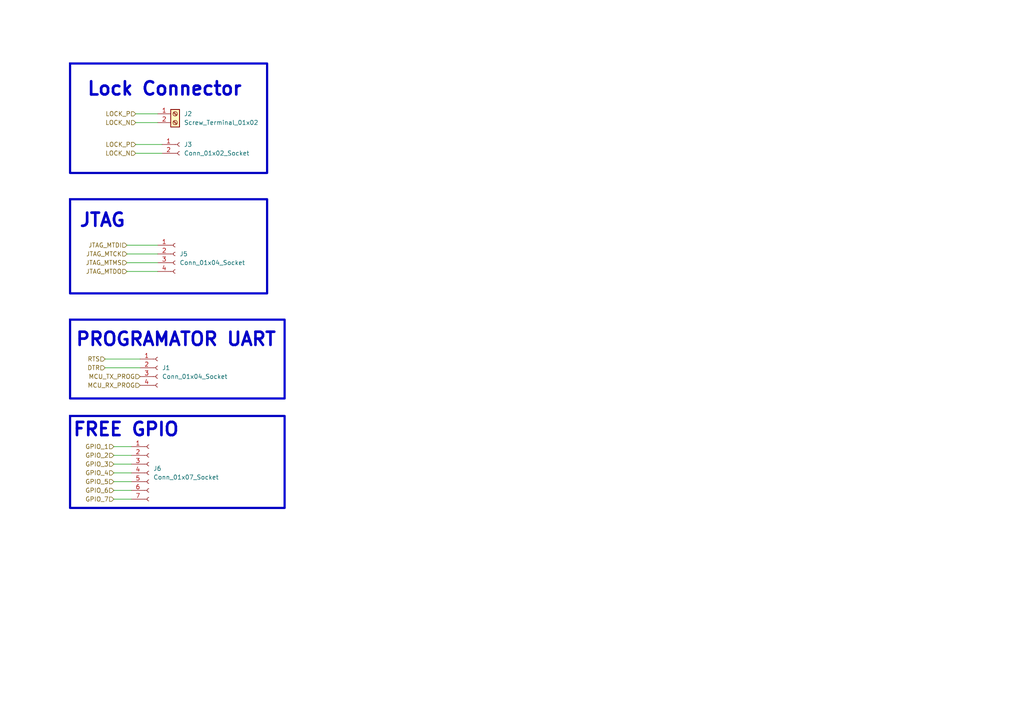
<source format=kicad_sch>
(kicad_sch (version 20231120) (generator "eeschema") (generator_version "8.0")
  (paper "A4")
  (lib_symbols
    (symbol "Connector:Conn_01x02_Socket" (pin_names (offset 1.016) hide)
      (property "Reference" "J" (at 0 2.54 0))
      (property "Value" "Conn_01x02_Socket" (at 0 -5.08 0))
      (symbol "Conn_01x02_Socket_1_1"
        (arc (start 0 -2.032) (mid -0.5058 -2.54) (end 0 -3.048) (stroke (width 0.1524)))
        (polyline (pts (xy -1.27 -2.54) (xy -0.508 -2.54)) (stroke (width 0.1524)))
        (polyline (pts (xy -1.27 0) (xy -0.508 0)) (stroke (width 0.1524)))
        (arc (start 0 0.508) (mid -0.5058 0) (end 0 -0.508) (stroke (width 0.1524)))
        (pin passive line (at -5.08 0 0) (length 3.81) (name "Pin_1") (number "1"))
        (pin passive line (at -5.08 -2.54 0) (length 3.81) (name "Pin_2") (number "2"))
      )
    )
    (symbol "Connector:Conn_01x04_Socket" (pin_names (offset 1.016) hide)
      (property "Reference" "J" (at 0 5.08 0))
      (property "Value" "Conn_01x04_Socket" (at 0 -7.62 0))
      (symbol "Conn_01x04_Socket_1_1"
        (arc (start 0 -4.572) (mid -0.5058 -5.08) (end 0 -5.588) (stroke (width 0.1524)))
        (arc (start 0 -2.032) (mid -0.5058 -2.54) (end 0 -3.048) (stroke (width 0.1524)))
        (polyline (pts (xy -1.27 -5.08) (xy -0.508 -5.08)) (stroke (width 0.1524)))
        (polyline (pts (xy -1.27 -2.54) (xy -0.508 -2.54)) (stroke (width 0.1524)))
        (polyline (pts (xy -1.27 0) (xy -0.508 0)) (stroke (width 0.1524)))
        (polyline (pts (xy -1.27 2.54) (xy -0.508 2.54)) (stroke (width 0.1524)))
        (arc (start 0 0.508) (mid -0.5058 0) (end 0 -0.508) (stroke (width 0.1524)))
        (arc (start 0 3.048) (mid -0.5058 2.54) (end 0 2.032) (stroke (width 0.1524)))
        (pin passive line (at -5.08 2.54 0) (length 3.81) (name "Pin_1") (number "1"))
        (pin passive line (at -5.08 0 0) (length 3.81) (name "Pin_2") (number "2"))
        (pin passive line (at -5.08 -2.54 0) (length 3.81) (name "Pin_3") (number "3"))
        (pin passive line (at -5.08 -5.08 0) (length 3.81) (name "Pin_4") (number "4"))
      )
    )
    (symbol "Connector:Conn_01x07_Socket" (pin_names (offset 1.016) hide)
      (property "Reference" "J" (at 0 10.16 0))
      (property "Value" "Conn_01x07_Socket" (at 0 -10.16 0))
      (symbol "Conn_01x07_Socket_1_1"
        (arc (start 0 -7.112) (mid -0.5058 -7.62) (end 0 -8.128) (stroke (width 0.1524)))
        (arc (start 0 -4.572) (mid -0.5058 -5.08) (end 0 -5.588) (stroke (width 0.1524)))
        (arc (start 0 -2.032) (mid -0.5058 -2.54) (end 0 -3.048) (stroke (width 0.1524)))
        (polyline (pts (xy -1.27 -7.62) (xy -0.508 -7.62)) (stroke (width 0.1524)))
        (polyline (pts (xy -1.27 -5.08) (xy -0.508 -5.08)) (stroke (width 0.1524)))
        (polyline (pts (xy -1.27 -2.54) (xy -0.508 -2.54)) (stroke (width 0.1524)))
        (polyline (pts (xy -1.27 0) (xy -0.508 0)) (stroke (width 0.1524)))
        (polyline (pts (xy -1.27 2.54) (xy -0.508 2.54)) (stroke (width 0.1524)))
        (polyline (pts (xy -1.27 5.08) (xy -0.508 5.08)) (stroke (width 0.1524)))
        (polyline (pts (xy -1.27 7.62) (xy -0.508 7.62)) (stroke (width 0.1524)))
        (arc (start 0 0.508) (mid -0.5058 0) (end 0 -0.508) (stroke (width 0.1524)))
        (arc (start 0 3.048) (mid -0.5058 2.54) (end 0 2.032) (stroke (width 0.1524)))
        (arc (start 0 5.588) (mid -0.5058 5.08) (end 0 4.572) (stroke (width 0.1524)))
        (arc (start 0 8.128) (mid -0.5058 7.62) (end 0 7.112) (stroke (width 0.1524)))
        (pin passive line (at -5.08 7.62 0) (length 3.81) (name "Pin_1") (number "1"))
        (pin passive line (at -5.08 5.08 0) (length 3.81) (name "Pin_2") (number "2"))
        (pin passive line (at -5.08 2.54 0) (length 3.81) (name "Pin_3") (number "3"))
        (pin passive line (at -5.08 0 0) (length 3.81) (name "Pin_4") (number "4"))
        (pin passive line (at -5.08 -2.54 0) (length 3.81) (name "Pin_5") (number "5"))
        (pin passive line (at -5.08 -5.08 0) (length 3.81) (name "Pin_6") (number "6"))
        (pin passive line (at -5.08 -7.62 0) (length 3.81) (name "Pin_7") (number "7"))
      )
    )
    (symbol "Connector:Screw_Terminal_01x02" (pin_names (offset 1.016) hide)
      (property "Reference" "J" (at 0 2.54 0))
      (property "Value" "Screw_Terminal_01x02" (at 0 -5.08 0))
      (symbol "Screw_Terminal_01x02_1_1"
        (rectangle (start -1.27 1.27) (end 1.27 -3.81) (stroke (width 0.254)) (fill (type background)))
        (circle (center 0 -2.54) (radius 0.635) (stroke (width 0.1524)))
        (polyline (pts (xy -0.5334 -2.2098) (xy 0.3302 -3.048)) (stroke (width 0.1524)))
        (polyline (pts (xy -0.5334 0.3302) (xy 0.3302 -0.508)) (stroke (width 0.1524)))
        (polyline (pts (xy -0.3556 -2.032) (xy 0.508 -2.8702)) (stroke (width 0.1524)))
        (polyline (pts (xy -0.3556 0.508) (xy 0.508 -0.3302)) (stroke (width 0.1524)))
        (circle (center 0 0) (radius 0.635) (stroke (width 0.1524)))
        (pin passive line (at -5.08 0 0) (length 3.81) (name "Pin_1") (number "1"))
        (pin passive line (at -5.08 -2.54 0) (length 3.81) (name "Pin_2") (number "2"))
      )
    )
  )
  (wire (pts (xy 30.48 104.14) (xy 40.64 104.14)))
  (wire (pts (xy 39.37 44.45) (xy 46.99 44.45)))
  (wire (pts (xy 33.02 132.08) (xy 38.1 132.08)))
  (wire (pts (xy 33.02 134.62) (xy 38.1 134.62)))
  (wire (pts (xy 45.72 76.2) (xy 36.83 76.2)))
  (wire (pts (xy 39.37 33.02) (xy 45.72 33.02)))
  (wire (pts (xy 33.02 139.7) (xy 38.1 139.7)))
  (wire (pts (xy 33.02 137.16) (xy 38.1 137.16)))
  (wire (pts (xy 33.02 129.54) (xy 38.1 129.54)))
  (wire (pts (xy 45.72 78.74) (xy 36.83 78.74)))
  (wire (pts (xy 39.37 41.91) (xy 46.99 41.91)))
  (wire (pts (xy 33.02 144.78) (xy 38.1 144.78)))
  (wire (pts (xy 45.72 73.66) (xy 36.83 73.66)))
  (wire (pts (xy 45.72 71.12) (xy 36.83 71.12)))
  (wire (pts (xy 39.37 35.56) (xy 45.72 35.56)))
  (wire (pts (xy 33.02 142.24) (xy 38.1 142.24)))
  (wire (pts (xy 30.48 106.68) (xy 40.64 106.68)))
  (rectangle (start 20.32 120.65) (end 82.55 147.32) (stroke (width 0.635)))
  (rectangle (start 20.32 18.415) (end 77.47 50.165) (stroke (width 0.635)))
  (rectangle (start 20.32 92.71) (end 82.55 115.57) (stroke (width 0.635)))
  (rectangle (start 20.32 57.785) (end 77.47 85.09) (stroke (width 0.635)))
  (text "FREE GPIO" (at 36.576 124.714 0) (effects (font (size 3.81 3.81) (thickness 0.762) (bold yes))))
  (text "PROGRAMATOR UART" (at 51.054 98.552 0) (effects (font (size 3.81 3.81) (thickness 0.762) (bold yes))))
  (text "JTAG" (at 29.718 64.008 0) (effects (font (size 3.81 3.81) (thickness 0.762) (bold yes))))
  (text "Lock Connector" (at 47.752 25.908 0) (effects (font (size 3.81 3.81) (thickness 0.762) (bold yes))))
  (hierarchical_label "JTAG_MTCK" (shape input) (at 36.83 73.66 180))
  (hierarchical_label "GPIO_5" (shape input) (at 33.02 139.7 180))
  (hierarchical_label "JTAG_MTMS" (shape input) (at 36.83 76.2 180))
  (hierarchical_label "GPIO_7" (shape input) (at 33.02 144.78 180))
  (hierarchical_label "MCU_RX_PROG" (shape input) (at 40.64 111.76 180))
  (hierarchical_label "GPIO_6" (shape input) (at 33.02 142.24 180))
  (hierarchical_label "GPIO_4" (shape input) (at 33.02 137.16 180))
  (hierarchical_label "GPIO_3" (shape input) (at 33.02 134.62 180))
  (hierarchical_label "DTR" (shape input) (at 30.48 106.68 180))
  (hierarchical_label "LOCK_P" (shape input) (at 39.37 33.02 180))
  (hierarchical_label "JTAG_MTDO" (shape input) (at 36.83 78.74 180))
  (hierarchical_label "JTAG_MTDI" (shape input) (at 36.83 71.12 180))
  (hierarchical_label "MCU_TX_PROG" (shape input) (at 40.64 109.22 180))
  (hierarchical_label "LOCK_N" (shape input) (at 39.37 35.56 180))
  (hierarchical_label "LOCK_N" (shape input) (at 39.37 44.45 180))
  (hierarchical_label "RTS" (shape input) (at 30.48 104.14 180))
  (hierarchical_label "GPIO_2" (shape input) (at 33.02 132.08 180))
  (hierarchical_label "GPIO_1" (shape input) (at 33.02 129.54 180))
  (hierarchical_label "LOCK_P" (shape input) (at 39.37 41.91 180))
  (symbol (lib_id "Connector:Conn_01x04_Socket") (at 45.72 106.68 0) (unit 1)
    (property "Reference" "J1" (at 46.99 106.6799 0) (effects (justify left)))
    (property "Value" "Conn_01x04_Socket" (at 46.99 109.2199 0) (effects (justify left)))
    (property "Description" "Generic connector, single row, 01x04, script generated" (effects (hide yes)))
  )
  (symbol (lib_id "Connector:Screw_Terminal_01x02") (at 50.8 33.02 0) (unit 1)
    (property "Reference" "J2" (at 53.34 33.0199 0) (effects (justify left)))
    (property "Value" "Screw_Terminal_01x02" (at 53.34 35.5599 0) (effects (justify left)))
    (property "Description" "Generic screw terminal, single row, 01x02, script generated (kicad-library-utils/schlib/autogen/connector/)" (effects (hide yes)))
  )
  (symbol (lib_id "Connector:Conn_01x07_Socket") (at 43.18 137.16 0) (unit 1)
    (property "Reference" "J6" (at 44.45 135.8899 0) (effects (justify left)))
    (property "Value" "Conn_01x07_Socket" (at 44.45 138.4299 0) (effects (justify left)))
    (property "Description" "Generic connector, single row, 01x07, script generated" (effects (hide yes)))
  )
  (symbol (lib_id "Connector:Conn_01x04_Socket") (at 50.8 73.66 0) (unit 1)
    (property "Reference" "J5" (at 52.07 73.6599 0) (effects (justify left)))
    (property "Value" "Conn_01x04_Socket" (at 52.07 76.1999 0) (effects (justify left)))
    (property "Description" "Generic connector, single row, 01x04, script generated" (effects (hide yes)))
  )
  (symbol (lib_id "Connector:Conn_01x02_Socket") (at 52.07 41.91 0) (unit 1)
    (property "Reference" "J3" (at 53.34 41.9099 0) (effects (justify left)))
    (property "Value" "Conn_01x02_Socket" (at 53.34 44.4499 0) (effects (justify left)))
    (property "Description" "Generic connector, single row, 01x02, script generated" (effects (hide yes)))
  )
)
</source>
